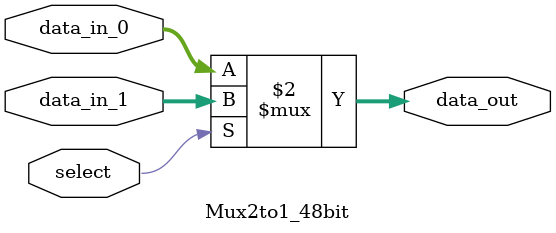
<source format=v>
module Mux2to1_48bit (
  input wire [47:0] data_in_0,
  input wire [47:0] data_in_1,
  input wire select,
  output wire [47:0] data_out
);
assign data_out = (select == 1'b0) ? data_in_0 : data_in_1; 

endmodule

</source>
